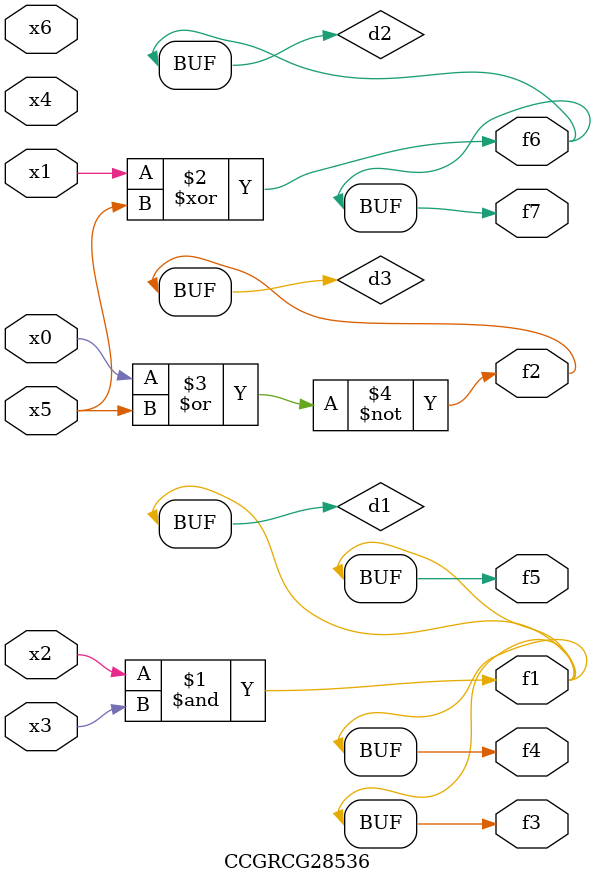
<source format=v>
module CCGRCG28536(
	input x0, x1, x2, x3, x4, x5, x6,
	output f1, f2, f3, f4, f5, f6, f7
);

	wire d1, d2, d3;

	and (d1, x2, x3);
	xor (d2, x1, x5);
	nor (d3, x0, x5);
	assign f1 = d1;
	assign f2 = d3;
	assign f3 = d1;
	assign f4 = d1;
	assign f5 = d1;
	assign f6 = d2;
	assign f7 = d2;
endmodule

</source>
